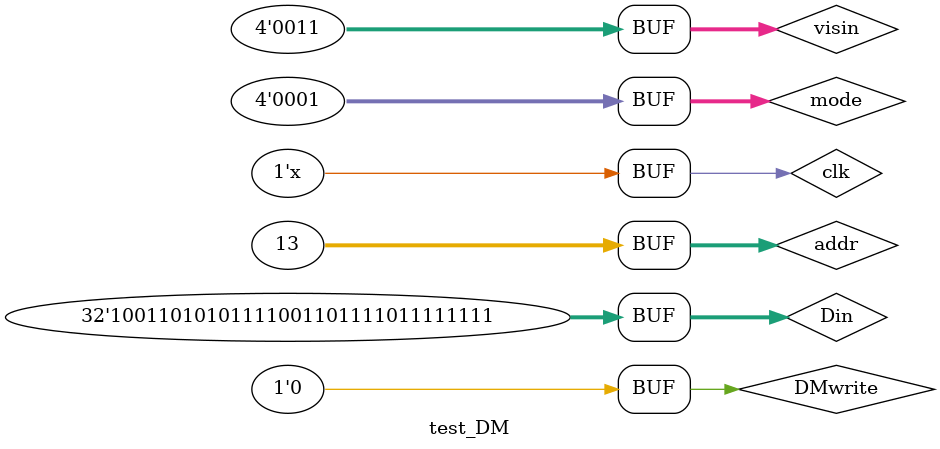
<source format=v>
`timescale 1ns / 1ps
module test_DM(    );
	reg clk,DMwrite;
	reg [31:0]addr,Din;
	reg [3:0] visin;
	reg [3:0]mode;
	wire [31:0]Dout;
	wire [31:0] visout;
	DM test_dm(
		clk,addr,DMwrite,mode,Din,visin,
		Dout,visout
	);
	initial begin
		clk = 0;
		DMwrite = 1;
		mode = 0;
		Din = 32'h12345678;
		addr = 32'h00000000;
		visin = 0;
		#50 Din = 32'h11223344;
		addr = 32'h00000004;
		visin = 1;
		#50 Din = 32'h55667788;
		addr = 32'h00000008;
		visin = 2;
		#50 Din = 32'h9abcdeff;
		addr = 32'h0000000c;
		#20 mode = 1;
		DMwrite = 0;
		addr = 0;
		#20 addr = 1;
		#20 addr = 2;
		#20 addr = 32'h0000000d;
		#20 visin = 0;
		#20 visin = 1;
		#20 visin = 2;
		#20 visin = 3;
	end
	always begin
		#5 clk = ~clk;
	end
endmodule

</source>
